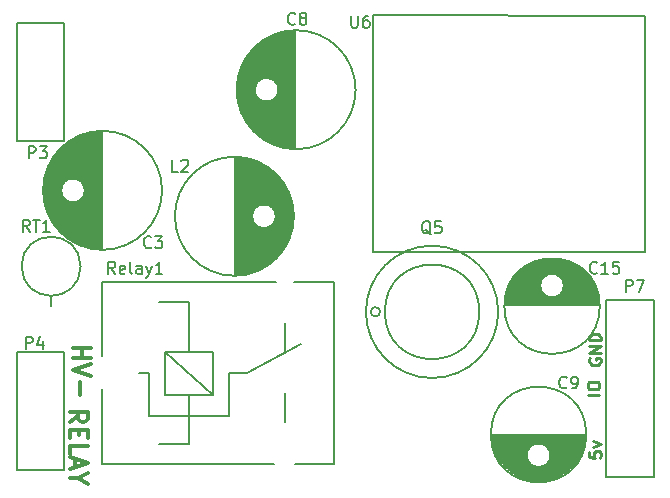
<source format=gbr>
G04 #@! TF.FileFunction,Legend,Top*
%FSLAX46Y46*%
G04 Gerber Fmt 4.6, Leading zero omitted, Abs format (unit mm)*
G04 Created by KiCad (PCBNEW 201610091317+7290~55~ubuntu16.04.1-) date Fri Oct 21 11:28:09 2016*
%MOMM*%
%LPD*%
G01*
G04 APERTURE LIST*
%ADD10C,0.100000*%
%ADD11C,0.250000*%
%ADD12C,0.300000*%
%ADD13C,0.150000*%
G04 APERTURE END LIST*
D10*
D11*
X136279000Y-120268904D02*
X136231380Y-120364142D01*
X136231380Y-120507000D01*
X136279000Y-120649857D01*
X136374238Y-120745095D01*
X136469476Y-120792714D01*
X136659952Y-120840333D01*
X136802809Y-120840333D01*
X136993285Y-120792714D01*
X137088523Y-120745095D01*
X137183761Y-120649857D01*
X137231380Y-120507000D01*
X137231380Y-120411761D01*
X137183761Y-120268904D01*
X137136142Y-120221285D01*
X136802809Y-120221285D01*
X136802809Y-120411761D01*
X137231380Y-119792714D02*
X136231380Y-119792714D01*
X137231380Y-119221285D01*
X136231380Y-119221285D01*
X137231380Y-118745095D02*
X136231380Y-118745095D01*
X136231380Y-118507000D01*
X136279000Y-118364142D01*
X136374238Y-118268904D01*
X136469476Y-118221285D01*
X136659952Y-118173666D01*
X136802809Y-118173666D01*
X136993285Y-118221285D01*
X137088523Y-118268904D01*
X137183761Y-118364142D01*
X137231380Y-118507000D01*
X137231380Y-118745095D01*
X137104380Y-123332809D02*
X136104380Y-123332809D01*
X136104380Y-122666142D02*
X136104380Y-122475666D01*
X136152000Y-122380428D01*
X136247238Y-122285190D01*
X136437714Y-122237571D01*
X136771047Y-122237571D01*
X136961523Y-122285190D01*
X137056761Y-122380428D01*
X137104380Y-122475666D01*
X137104380Y-122666142D01*
X137056761Y-122761380D01*
X136961523Y-122856619D01*
X136771047Y-122904238D01*
X136437714Y-122904238D01*
X136247238Y-122856619D01*
X136152000Y-122761380D01*
X136104380Y-122666142D01*
X136231380Y-128158857D02*
X136231380Y-128635047D01*
X136707571Y-128682666D01*
X136659952Y-128635047D01*
X136612333Y-128539809D01*
X136612333Y-128301714D01*
X136659952Y-128206476D01*
X136707571Y-128158857D01*
X136802809Y-128111238D01*
X137040904Y-128111238D01*
X137136142Y-128158857D01*
X137183761Y-128206476D01*
X137231380Y-128301714D01*
X137231380Y-128539809D01*
X137183761Y-128635047D01*
X137136142Y-128682666D01*
X136564714Y-127777904D02*
X137231380Y-127539809D01*
X136564714Y-127301714D01*
D12*
X92285428Y-125654857D02*
X92999714Y-125154857D01*
X92285428Y-124797714D02*
X93785428Y-124797714D01*
X93785428Y-125369142D01*
X93714000Y-125512000D01*
X93642571Y-125583428D01*
X93499714Y-125654857D01*
X93285428Y-125654857D01*
X93142571Y-125583428D01*
X93071142Y-125512000D01*
X92999714Y-125369142D01*
X92999714Y-124797714D01*
X93071142Y-126297714D02*
X93071142Y-126797714D01*
X92285428Y-127012000D02*
X92285428Y-126297714D01*
X93785428Y-126297714D01*
X93785428Y-127012000D01*
X92285428Y-128369142D02*
X92285428Y-127654857D01*
X93785428Y-127654857D01*
X92714000Y-128797714D02*
X92714000Y-129512000D01*
X92285428Y-128654857D02*
X93785428Y-129154857D01*
X92285428Y-129654857D01*
X92999714Y-130440571D02*
X92285428Y-130440571D01*
X93785428Y-129940571D02*
X92999714Y-130440571D01*
X93785428Y-130940571D01*
X92539428Y-119412000D02*
X94039428Y-119412000D01*
X93325142Y-119412000D02*
X93325142Y-120269142D01*
X92539428Y-120269142D02*
X94039428Y-120269142D01*
X94039428Y-120769142D02*
X92539428Y-121269142D01*
X94039428Y-121769142D01*
X93110857Y-122269142D02*
X93110857Y-123412000D01*
D13*
X129097000Y-115777000D02*
X137095000Y-115777000D01*
X129102000Y-115637000D02*
X137090000Y-115637000D01*
X129112000Y-115497000D02*
X137080000Y-115497000D01*
X129127000Y-115357000D02*
X137065000Y-115357000D01*
X129147000Y-115217000D02*
X137045000Y-115217000D01*
X129172000Y-115077000D02*
X132874000Y-115077000D01*
X133318000Y-115077000D02*
X137020000Y-115077000D01*
X129202000Y-114937000D02*
X132546000Y-114937000D01*
X133646000Y-114937000D02*
X136990000Y-114937000D01*
X129238000Y-114797000D02*
X132377000Y-114797000D01*
X133815000Y-114797000D02*
X136954000Y-114797000D01*
X129279000Y-114657000D02*
X132264000Y-114657000D01*
X133928000Y-114657000D02*
X136913000Y-114657000D01*
X129325000Y-114517000D02*
X132186000Y-114517000D01*
X134006000Y-114517000D02*
X136867000Y-114517000D01*
X129378000Y-114377000D02*
X132135000Y-114377000D01*
X134057000Y-114377000D02*
X136814000Y-114377000D01*
X129437000Y-114237000D02*
X132105000Y-114237000D01*
X134087000Y-114237000D02*
X136755000Y-114237000D01*
X129502000Y-114097000D02*
X132096000Y-114097000D01*
X134096000Y-114097000D02*
X136690000Y-114097000D01*
X129573000Y-113957000D02*
X132107000Y-113957000D01*
X134085000Y-113957000D02*
X136619000Y-113957000D01*
X129652000Y-113817000D02*
X132137000Y-113817000D01*
X134055000Y-113817000D02*
X136540000Y-113817000D01*
X129739000Y-113677000D02*
X132191000Y-113677000D01*
X134001000Y-113677000D02*
X136453000Y-113677000D01*
X129834000Y-113537000D02*
X132271000Y-113537000D01*
X133921000Y-113537000D02*
X136358000Y-113537000D01*
X129938000Y-113397000D02*
X132387000Y-113397000D01*
X133805000Y-113397000D02*
X136254000Y-113397000D01*
X130052000Y-113257000D02*
X132561000Y-113257000D01*
X133631000Y-113257000D02*
X136140000Y-113257000D01*
X130177000Y-113117000D02*
X132923000Y-113117000D01*
X133269000Y-113117000D02*
X136015000Y-113117000D01*
X130315000Y-112977000D02*
X135877000Y-112977000D01*
X130467000Y-112837000D02*
X135725000Y-112837000D01*
X130637000Y-112697000D02*
X135555000Y-112697000D01*
X130828000Y-112557000D02*
X135364000Y-112557000D01*
X131046000Y-112417000D02*
X135146000Y-112417000D01*
X131302000Y-112277000D02*
X134890000Y-112277000D01*
X131613000Y-112137000D02*
X134579000Y-112137000D01*
X132029000Y-111997000D02*
X134163000Y-111997000D01*
X132896000Y-111857000D02*
X133296000Y-111857000D01*
X134096000Y-114102000D02*
G75*
G03X134096000Y-114102000I-1000000J0D01*
G01*
X137133500Y-115852000D02*
G75*
G03X137133500Y-115852000I-4037500J0D01*
G01*
X90678000Y-114874040D02*
X90678000Y-115874800D01*
X93177360Y-112473740D02*
G75*
G03X93177360Y-112473740I-2499360J0D01*
G01*
X91795600Y-91846400D02*
X87782400Y-91846400D01*
X91795600Y-101828600D02*
X91795600Y-91846400D01*
X87782400Y-101828600D02*
X91795600Y-101828600D01*
X87782400Y-91846400D02*
X87782400Y-101828600D01*
X89789000Y-91846400D02*
X87782400Y-91846400D01*
X111297200Y-129181900D02*
X114597200Y-129181900D01*
X114597200Y-129181900D02*
X114597200Y-113781900D01*
X114597200Y-113781900D02*
X111247200Y-113781900D01*
X94997200Y-122831900D02*
X94997200Y-129181900D01*
X94997200Y-129181900D02*
X109547200Y-129181900D01*
X94997200Y-120081900D02*
X94997200Y-113781900D01*
X94997200Y-113781900D02*
X109747200Y-113781900D01*
X94997200Y-113831900D02*
X94997200Y-120081900D01*
X110447200Y-125681900D02*
X110447200Y-123231900D01*
X110447200Y-117281900D02*
X110447200Y-119781900D01*
X99847200Y-127531900D02*
X102347200Y-127531900D01*
X98947200Y-121531900D02*
X98147200Y-121531900D01*
X102347200Y-115531900D02*
X99847200Y-115531900D01*
X105747200Y-121531900D02*
X107247200Y-121531900D01*
X107247200Y-121531900D02*
X111847200Y-119031900D01*
X105747200Y-125131900D02*
X98947200Y-125131900D01*
X105747200Y-121531900D02*
X105747200Y-125131900D01*
X98947200Y-121531900D02*
X98947200Y-125131900D01*
X102347200Y-115531900D02*
X102347200Y-119731900D01*
X102347200Y-123331900D02*
X102347200Y-127531900D01*
X104347200Y-123331900D02*
X100347200Y-119731900D01*
X100347200Y-123331900D02*
X100347200Y-119731900D01*
X100347200Y-119731900D02*
X104347200Y-119731900D01*
X104347200Y-119731900D02*
X104347200Y-123331900D01*
X104347200Y-123331900D02*
X100347200Y-123331900D01*
X106276840Y-103240560D02*
X106276840Y-113238560D01*
X106416840Y-103244560D02*
X106416840Y-113234560D01*
X106556840Y-103252560D02*
X106556840Y-113226560D01*
X106696840Y-103264560D02*
X106696840Y-113214560D01*
X106836840Y-103279560D02*
X106836840Y-113199560D01*
X106976840Y-103299560D02*
X106976840Y-113179560D01*
X107116840Y-103323560D02*
X107116840Y-113155560D01*
X107256840Y-103352560D02*
X107256840Y-113126560D01*
X107396840Y-103384560D02*
X107396840Y-113094560D01*
X107536840Y-103421560D02*
X107536840Y-113057560D01*
X107676840Y-103462560D02*
X107676840Y-113016560D01*
X107816840Y-103507560D02*
X107816840Y-107773560D01*
X107816840Y-108705560D02*
X107816840Y-112971560D01*
X107956840Y-103557560D02*
X107956840Y-107572560D01*
X107956840Y-108906560D02*
X107956840Y-112921560D01*
X108096840Y-103612560D02*
X108096840Y-107443560D01*
X108096840Y-109035560D02*
X108096840Y-112866560D01*
X108236840Y-103672560D02*
X108236840Y-107354560D01*
X108236840Y-109124560D02*
X108236840Y-112806560D01*
X108376840Y-103737560D02*
X108376840Y-107293560D01*
X108376840Y-109185560D02*
X108376840Y-112741560D01*
X108516840Y-103807560D02*
X108516840Y-107256560D01*
X108516840Y-109222560D02*
X108516840Y-112671560D01*
X108656840Y-103883560D02*
X108656840Y-107240560D01*
X108656840Y-109238560D02*
X108656840Y-112595560D01*
X108796840Y-103965560D02*
X108796840Y-107244560D01*
X108796840Y-109234560D02*
X108796840Y-112513560D01*
X108936840Y-104053560D02*
X108936840Y-107267560D01*
X108936840Y-109211560D02*
X108936840Y-112425560D01*
X109076840Y-104148560D02*
X109076840Y-107312560D01*
X109076840Y-109166560D02*
X109076840Y-112330560D01*
X109216840Y-104250560D02*
X109216840Y-107382560D01*
X109216840Y-109096560D02*
X109216840Y-112228560D01*
X109356840Y-104360560D02*
X109356840Y-107483560D01*
X109356840Y-108995560D02*
X109356840Y-112118560D01*
X109496840Y-104478560D02*
X109496840Y-107632560D01*
X109496840Y-108846560D02*
X109496840Y-112000560D01*
X109636840Y-104606560D02*
X109636840Y-107884560D01*
X109636840Y-108594560D02*
X109636840Y-111872560D01*
X109776840Y-104743560D02*
X109776840Y-111735560D01*
X109916840Y-104893560D02*
X109916840Y-111585560D01*
X110056840Y-105055560D02*
X110056840Y-111423560D01*
X110196840Y-105232560D02*
X110196840Y-111246560D01*
X110336840Y-105428560D02*
X110336840Y-111050560D01*
X110476840Y-105646560D02*
X110476840Y-110832560D01*
X110616840Y-105892560D02*
X110616840Y-110586560D01*
X110756840Y-106177560D02*
X110756840Y-110301560D01*
X110896840Y-106519560D02*
X110896840Y-109959560D01*
X111036840Y-106965560D02*
X111036840Y-109513560D01*
X111176840Y-107740560D02*
X111176840Y-108738560D01*
X109701840Y-108239560D02*
G75*
G03X109701840Y-108239560I-1000000J0D01*
G01*
X111239340Y-108239560D02*
G75*
G03X111239340Y-108239560I-5037500J0D01*
G01*
X94961000Y-111044000D02*
X94961000Y-101046000D01*
X94821000Y-111040000D02*
X94821000Y-101050000D01*
X94681000Y-111032000D02*
X94681000Y-101058000D01*
X94541000Y-111020000D02*
X94541000Y-101070000D01*
X94401000Y-111005000D02*
X94401000Y-101085000D01*
X94261000Y-110985000D02*
X94261000Y-101105000D01*
X94121000Y-110961000D02*
X94121000Y-101129000D01*
X93981000Y-110932000D02*
X93981000Y-101158000D01*
X93841000Y-110900000D02*
X93841000Y-101190000D01*
X93701000Y-110863000D02*
X93701000Y-101227000D01*
X93561000Y-110822000D02*
X93561000Y-101268000D01*
X93421000Y-110777000D02*
X93421000Y-106511000D01*
X93421000Y-105579000D02*
X93421000Y-101313000D01*
X93281000Y-110727000D02*
X93281000Y-106712000D01*
X93281000Y-105378000D02*
X93281000Y-101363000D01*
X93141000Y-110672000D02*
X93141000Y-106841000D01*
X93141000Y-105249000D02*
X93141000Y-101418000D01*
X93001000Y-110612000D02*
X93001000Y-106930000D01*
X93001000Y-105160000D02*
X93001000Y-101478000D01*
X92861000Y-110547000D02*
X92861000Y-106991000D01*
X92861000Y-105099000D02*
X92861000Y-101543000D01*
X92721000Y-110477000D02*
X92721000Y-107028000D01*
X92721000Y-105062000D02*
X92721000Y-101613000D01*
X92581000Y-110401000D02*
X92581000Y-107044000D01*
X92581000Y-105046000D02*
X92581000Y-101689000D01*
X92441000Y-110319000D02*
X92441000Y-107040000D01*
X92441000Y-105050000D02*
X92441000Y-101771000D01*
X92301000Y-110231000D02*
X92301000Y-107017000D01*
X92301000Y-105073000D02*
X92301000Y-101859000D01*
X92161000Y-110136000D02*
X92161000Y-106972000D01*
X92161000Y-105118000D02*
X92161000Y-101954000D01*
X92021000Y-110034000D02*
X92021000Y-106902000D01*
X92021000Y-105188000D02*
X92021000Y-102056000D01*
X91881000Y-109924000D02*
X91881000Y-106801000D01*
X91881000Y-105289000D02*
X91881000Y-102166000D01*
X91741000Y-109806000D02*
X91741000Y-106652000D01*
X91741000Y-105438000D02*
X91741000Y-102284000D01*
X91601000Y-109678000D02*
X91601000Y-106400000D01*
X91601000Y-105690000D02*
X91601000Y-102412000D01*
X91461000Y-109541000D02*
X91461000Y-102549000D01*
X91321000Y-109391000D02*
X91321000Y-102699000D01*
X91181000Y-109229000D02*
X91181000Y-102861000D01*
X91041000Y-109052000D02*
X91041000Y-103038000D01*
X90901000Y-108856000D02*
X90901000Y-103234000D01*
X90761000Y-108638000D02*
X90761000Y-103452000D01*
X90621000Y-108392000D02*
X90621000Y-103698000D01*
X90481000Y-108107000D02*
X90481000Y-103983000D01*
X90341000Y-107765000D02*
X90341000Y-104325000D01*
X90201000Y-107319000D02*
X90201000Y-104771000D01*
X90061000Y-106544000D02*
X90061000Y-105546000D01*
X93536000Y-106045000D02*
G75*
G03X93536000Y-106045000I-1000000J0D01*
G01*
X100073500Y-106045000D02*
G75*
G03X100073500Y-106045000I-5037500J0D01*
G01*
X111349080Y-102524840D02*
X111349080Y-92526840D01*
X111209080Y-102520840D02*
X111209080Y-92530840D01*
X111069080Y-102512840D02*
X111069080Y-92538840D01*
X110929080Y-102500840D02*
X110929080Y-92550840D01*
X110789080Y-102485840D02*
X110789080Y-92565840D01*
X110649080Y-102465840D02*
X110649080Y-92585840D01*
X110509080Y-102441840D02*
X110509080Y-92609840D01*
X110369080Y-102412840D02*
X110369080Y-92638840D01*
X110229080Y-102380840D02*
X110229080Y-92670840D01*
X110089080Y-102343840D02*
X110089080Y-92707840D01*
X109949080Y-102302840D02*
X109949080Y-92748840D01*
X109809080Y-102257840D02*
X109809080Y-97991840D01*
X109809080Y-97059840D02*
X109809080Y-92793840D01*
X109669080Y-102207840D02*
X109669080Y-98192840D01*
X109669080Y-96858840D02*
X109669080Y-92843840D01*
X109529080Y-102152840D02*
X109529080Y-98321840D01*
X109529080Y-96729840D02*
X109529080Y-92898840D01*
X109389080Y-102092840D02*
X109389080Y-98410840D01*
X109389080Y-96640840D02*
X109389080Y-92958840D01*
X109249080Y-102027840D02*
X109249080Y-98471840D01*
X109249080Y-96579840D02*
X109249080Y-93023840D01*
X109109080Y-101957840D02*
X109109080Y-98508840D01*
X109109080Y-96542840D02*
X109109080Y-93093840D01*
X108969080Y-101881840D02*
X108969080Y-98524840D01*
X108969080Y-96526840D02*
X108969080Y-93169840D01*
X108829080Y-101799840D02*
X108829080Y-98520840D01*
X108829080Y-96530840D02*
X108829080Y-93251840D01*
X108689080Y-101711840D02*
X108689080Y-98497840D01*
X108689080Y-96553840D02*
X108689080Y-93339840D01*
X108549080Y-101616840D02*
X108549080Y-98452840D01*
X108549080Y-96598840D02*
X108549080Y-93434840D01*
X108409080Y-101514840D02*
X108409080Y-98382840D01*
X108409080Y-96668840D02*
X108409080Y-93536840D01*
X108269080Y-101404840D02*
X108269080Y-98281840D01*
X108269080Y-96769840D02*
X108269080Y-93646840D01*
X108129080Y-101286840D02*
X108129080Y-98132840D01*
X108129080Y-96918840D02*
X108129080Y-93764840D01*
X107989080Y-101158840D02*
X107989080Y-97880840D01*
X107989080Y-97170840D02*
X107989080Y-93892840D01*
X107849080Y-101021840D02*
X107849080Y-94029840D01*
X107709080Y-100871840D02*
X107709080Y-94179840D01*
X107569080Y-100709840D02*
X107569080Y-94341840D01*
X107429080Y-100532840D02*
X107429080Y-94518840D01*
X107289080Y-100336840D02*
X107289080Y-94714840D01*
X107149080Y-100118840D02*
X107149080Y-94932840D01*
X107009080Y-99872840D02*
X107009080Y-95178840D01*
X106869080Y-99587840D02*
X106869080Y-95463840D01*
X106729080Y-99245840D02*
X106729080Y-95805840D01*
X106589080Y-98799840D02*
X106589080Y-96251840D01*
X106449080Y-98024840D02*
X106449080Y-97026840D01*
X109924080Y-97525840D02*
G75*
G03X109924080Y-97525840I-1000000J0D01*
G01*
X116461580Y-97525840D02*
G75*
G03X116461580Y-97525840I-5037500J0D01*
G01*
X135952000Y-126793000D02*
X127954000Y-126793000D01*
X135947000Y-126933000D02*
X127959000Y-126933000D01*
X135937000Y-127073000D02*
X127969000Y-127073000D01*
X135922000Y-127213000D02*
X127984000Y-127213000D01*
X135902000Y-127353000D02*
X128004000Y-127353000D01*
X135877000Y-127493000D02*
X132175000Y-127493000D01*
X131731000Y-127493000D02*
X128029000Y-127493000D01*
X135847000Y-127633000D02*
X132503000Y-127633000D01*
X131403000Y-127633000D02*
X128059000Y-127633000D01*
X135811000Y-127773000D02*
X132672000Y-127773000D01*
X131234000Y-127773000D02*
X128095000Y-127773000D01*
X135770000Y-127913000D02*
X132785000Y-127913000D01*
X131121000Y-127913000D02*
X128136000Y-127913000D01*
X135724000Y-128053000D02*
X132863000Y-128053000D01*
X131043000Y-128053000D02*
X128182000Y-128053000D01*
X135671000Y-128193000D02*
X132914000Y-128193000D01*
X130992000Y-128193000D02*
X128235000Y-128193000D01*
X135612000Y-128333000D02*
X132944000Y-128333000D01*
X130962000Y-128333000D02*
X128294000Y-128333000D01*
X135547000Y-128473000D02*
X132953000Y-128473000D01*
X130953000Y-128473000D02*
X128359000Y-128473000D01*
X135476000Y-128613000D02*
X132942000Y-128613000D01*
X130964000Y-128613000D02*
X128430000Y-128613000D01*
X135397000Y-128753000D02*
X132912000Y-128753000D01*
X130994000Y-128753000D02*
X128509000Y-128753000D01*
X135310000Y-128893000D02*
X132858000Y-128893000D01*
X131048000Y-128893000D02*
X128596000Y-128893000D01*
X135215000Y-129033000D02*
X132778000Y-129033000D01*
X131128000Y-129033000D02*
X128691000Y-129033000D01*
X135111000Y-129173000D02*
X132662000Y-129173000D01*
X131244000Y-129173000D02*
X128795000Y-129173000D01*
X134997000Y-129313000D02*
X132488000Y-129313000D01*
X131418000Y-129313000D02*
X128909000Y-129313000D01*
X134872000Y-129453000D02*
X132126000Y-129453000D01*
X131780000Y-129453000D02*
X129034000Y-129453000D01*
X134734000Y-129593000D02*
X129172000Y-129593000D01*
X134582000Y-129733000D02*
X129324000Y-129733000D01*
X134412000Y-129873000D02*
X129494000Y-129873000D01*
X134221000Y-130013000D02*
X129685000Y-130013000D01*
X134003000Y-130153000D02*
X129903000Y-130153000D01*
X133747000Y-130293000D02*
X130159000Y-130293000D01*
X133436000Y-130433000D02*
X130470000Y-130433000D01*
X133020000Y-130573000D02*
X130886000Y-130573000D01*
X132153000Y-130713000D02*
X131753000Y-130713000D01*
X132953000Y-128468000D02*
G75*
G03X132953000Y-128468000I-1000000J0D01*
G01*
X135990500Y-126718000D02*
G75*
G03X135990500Y-126718000I-4037500J0D01*
G01*
X91795600Y-119735600D02*
X87782400Y-119735600D01*
X91795600Y-129717800D02*
X91795600Y-119735600D01*
X87782400Y-129717800D02*
X91795600Y-129717800D01*
X87782400Y-119735600D02*
X87782400Y-129717800D01*
X89789000Y-119735600D02*
X87782400Y-119735600D01*
X117957600Y-91224100D02*
X140944600Y-91274900D01*
X117957600Y-111264700D02*
X117957600Y-91224100D01*
X140944600Y-111264700D02*
X117957600Y-111264700D01*
X140944600Y-111264700D02*
X140944600Y-91274900D01*
X128536000Y-116332000D02*
G75*
G03X128536000Y-116332000I-5600000J0D01*
G01*
X126936000Y-116332000D02*
G75*
G03X126936000Y-116332000I-4000000J0D01*
G01*
X118536000Y-116332000D02*
G75*
G03X118536000Y-116332000I-400000J0D01*
G01*
X137693400Y-115341400D02*
X137693400Y-125323600D01*
X141706600Y-115341400D02*
X137693400Y-115341400D01*
X141706600Y-125323600D02*
X141706600Y-115341400D01*
X139700000Y-130327400D02*
X141706600Y-130327400D01*
X141706600Y-130327400D02*
X141706600Y-120345200D01*
X137693400Y-120345200D02*
X137693400Y-130327400D01*
X137693400Y-130327400D02*
X141706600Y-130327400D01*
X136898142Y-113006142D02*
X136850523Y-113053761D01*
X136707666Y-113101380D01*
X136612428Y-113101380D01*
X136469571Y-113053761D01*
X136374333Y-112958523D01*
X136326714Y-112863285D01*
X136279095Y-112672809D01*
X136279095Y-112529952D01*
X136326714Y-112339476D01*
X136374333Y-112244238D01*
X136469571Y-112149000D01*
X136612428Y-112101380D01*
X136707666Y-112101380D01*
X136850523Y-112149000D01*
X136898142Y-112196619D01*
X137850523Y-113101380D02*
X137279095Y-113101380D01*
X137564809Y-113101380D02*
X137564809Y-112101380D01*
X137469571Y-112244238D01*
X137374333Y-112339476D01*
X137279095Y-112387095D01*
X138755285Y-112101380D02*
X138279095Y-112101380D01*
X138231476Y-112577571D01*
X138279095Y-112529952D01*
X138374333Y-112482333D01*
X138612428Y-112482333D01*
X138707666Y-112529952D01*
X138755285Y-112577571D01*
X138802904Y-112672809D01*
X138802904Y-112910904D01*
X138755285Y-113006142D01*
X138707666Y-113053761D01*
X138612428Y-113101380D01*
X138374333Y-113101380D01*
X138279095Y-113053761D01*
X138231476Y-113006142D01*
X88860380Y-109545380D02*
X88527047Y-109069190D01*
X88288952Y-109545380D02*
X88288952Y-108545380D01*
X88669904Y-108545380D01*
X88765142Y-108593000D01*
X88812761Y-108640619D01*
X88860380Y-108735857D01*
X88860380Y-108878714D01*
X88812761Y-108973952D01*
X88765142Y-109021571D01*
X88669904Y-109069190D01*
X88288952Y-109069190D01*
X89146095Y-108545380D02*
X89717523Y-108545380D01*
X89431809Y-109545380D02*
X89431809Y-108545380D01*
X90574666Y-109545380D02*
X90003238Y-109545380D01*
X90288952Y-109545380D02*
X90288952Y-108545380D01*
X90193714Y-108688238D01*
X90098476Y-108783476D01*
X90003238Y-108831095D01*
X88796904Y-103322380D02*
X88796904Y-102322380D01*
X89177857Y-102322380D01*
X89273095Y-102370000D01*
X89320714Y-102417619D01*
X89368333Y-102512857D01*
X89368333Y-102655714D01*
X89320714Y-102750952D01*
X89273095Y-102798571D01*
X89177857Y-102846190D01*
X88796904Y-102846190D01*
X89701666Y-102322380D02*
X90320714Y-102322380D01*
X89987380Y-102703333D01*
X90130238Y-102703333D01*
X90225476Y-102750952D01*
X90273095Y-102798571D01*
X90320714Y-102893809D01*
X90320714Y-103131904D01*
X90273095Y-103227142D01*
X90225476Y-103274761D01*
X90130238Y-103322380D01*
X89844523Y-103322380D01*
X89749285Y-103274761D01*
X89701666Y-103227142D01*
X96099523Y-113101380D02*
X95766190Y-112625190D01*
X95528095Y-113101380D02*
X95528095Y-112101380D01*
X95909047Y-112101380D01*
X96004285Y-112149000D01*
X96051904Y-112196619D01*
X96099523Y-112291857D01*
X96099523Y-112434714D01*
X96051904Y-112529952D01*
X96004285Y-112577571D01*
X95909047Y-112625190D01*
X95528095Y-112625190D01*
X96909047Y-113053761D02*
X96813809Y-113101380D01*
X96623333Y-113101380D01*
X96528095Y-113053761D01*
X96480476Y-112958523D01*
X96480476Y-112577571D01*
X96528095Y-112482333D01*
X96623333Y-112434714D01*
X96813809Y-112434714D01*
X96909047Y-112482333D01*
X96956666Y-112577571D01*
X96956666Y-112672809D01*
X96480476Y-112768047D01*
X97528095Y-113101380D02*
X97432857Y-113053761D01*
X97385238Y-112958523D01*
X97385238Y-112101380D01*
X98337619Y-113101380D02*
X98337619Y-112577571D01*
X98290000Y-112482333D01*
X98194761Y-112434714D01*
X98004285Y-112434714D01*
X97909047Y-112482333D01*
X98337619Y-113053761D02*
X98242380Y-113101380D01*
X98004285Y-113101380D01*
X97909047Y-113053761D01*
X97861428Y-112958523D01*
X97861428Y-112863285D01*
X97909047Y-112768047D01*
X98004285Y-112720428D01*
X98242380Y-112720428D01*
X98337619Y-112672809D01*
X98718571Y-112434714D02*
X98956666Y-113101380D01*
X99194761Y-112434714D02*
X98956666Y-113101380D01*
X98861428Y-113339476D01*
X98813809Y-113387095D01*
X98718571Y-113434714D01*
X100099523Y-113101380D02*
X99528095Y-113101380D01*
X99813809Y-113101380D02*
X99813809Y-112101380D01*
X99718571Y-112244238D01*
X99623333Y-112339476D01*
X99528095Y-112387095D01*
X101433333Y-104465380D02*
X100957142Y-104465380D01*
X100957142Y-103465380D01*
X101719047Y-103560619D02*
X101766666Y-103513000D01*
X101861904Y-103465380D01*
X102100000Y-103465380D01*
X102195238Y-103513000D01*
X102242857Y-103560619D01*
X102290476Y-103655857D01*
X102290476Y-103751095D01*
X102242857Y-103893952D01*
X101671428Y-104465380D01*
X102290476Y-104465380D01*
X99147333Y-110847142D02*
X99099714Y-110894761D01*
X98956857Y-110942380D01*
X98861619Y-110942380D01*
X98718761Y-110894761D01*
X98623523Y-110799523D01*
X98575904Y-110704285D01*
X98528285Y-110513809D01*
X98528285Y-110370952D01*
X98575904Y-110180476D01*
X98623523Y-110085238D01*
X98718761Y-109990000D01*
X98861619Y-109942380D01*
X98956857Y-109942380D01*
X99099714Y-109990000D01*
X99147333Y-110037619D01*
X99480666Y-109942380D02*
X100099714Y-109942380D01*
X99766380Y-110323333D01*
X99909238Y-110323333D01*
X100004476Y-110370952D01*
X100052095Y-110418571D01*
X100099714Y-110513809D01*
X100099714Y-110751904D01*
X100052095Y-110847142D01*
X100004476Y-110894761D01*
X99909238Y-110942380D01*
X99623523Y-110942380D01*
X99528285Y-110894761D01*
X99480666Y-110847142D01*
X111339333Y-91924142D02*
X111291714Y-91971761D01*
X111148857Y-92019380D01*
X111053619Y-92019380D01*
X110910761Y-91971761D01*
X110815523Y-91876523D01*
X110767904Y-91781285D01*
X110720285Y-91590809D01*
X110720285Y-91447952D01*
X110767904Y-91257476D01*
X110815523Y-91162238D01*
X110910761Y-91067000D01*
X111053619Y-91019380D01*
X111148857Y-91019380D01*
X111291714Y-91067000D01*
X111339333Y-91114619D01*
X111910761Y-91447952D02*
X111815523Y-91400333D01*
X111767904Y-91352714D01*
X111720285Y-91257476D01*
X111720285Y-91209857D01*
X111767904Y-91114619D01*
X111815523Y-91067000D01*
X111910761Y-91019380D01*
X112101238Y-91019380D01*
X112196476Y-91067000D01*
X112244095Y-91114619D01*
X112291714Y-91209857D01*
X112291714Y-91257476D01*
X112244095Y-91352714D01*
X112196476Y-91400333D01*
X112101238Y-91447952D01*
X111910761Y-91447952D01*
X111815523Y-91495571D01*
X111767904Y-91543190D01*
X111720285Y-91638428D01*
X111720285Y-91828904D01*
X111767904Y-91924142D01*
X111815523Y-91971761D01*
X111910761Y-92019380D01*
X112101238Y-92019380D01*
X112196476Y-91971761D01*
X112244095Y-91924142D01*
X112291714Y-91828904D01*
X112291714Y-91638428D01*
X112244095Y-91543190D01*
X112196476Y-91495571D01*
X112101238Y-91447952D01*
X134326333Y-122721642D02*
X134278714Y-122769261D01*
X134135857Y-122816880D01*
X134040619Y-122816880D01*
X133897761Y-122769261D01*
X133802523Y-122674023D01*
X133754904Y-122578785D01*
X133707285Y-122388309D01*
X133707285Y-122245452D01*
X133754904Y-122054976D01*
X133802523Y-121959738D01*
X133897761Y-121864500D01*
X134040619Y-121816880D01*
X134135857Y-121816880D01*
X134278714Y-121864500D01*
X134326333Y-121912119D01*
X134802523Y-122816880D02*
X134993000Y-122816880D01*
X135088238Y-122769261D01*
X135135857Y-122721642D01*
X135231095Y-122578785D01*
X135278714Y-122388309D01*
X135278714Y-122007357D01*
X135231095Y-121912119D01*
X135183476Y-121864500D01*
X135088238Y-121816880D01*
X134897761Y-121816880D01*
X134802523Y-121864500D01*
X134754904Y-121912119D01*
X134707285Y-122007357D01*
X134707285Y-122245452D01*
X134754904Y-122340690D01*
X134802523Y-122388309D01*
X134897761Y-122435928D01*
X135088238Y-122435928D01*
X135183476Y-122388309D01*
X135231095Y-122340690D01*
X135278714Y-122245452D01*
X88542904Y-119451380D02*
X88542904Y-118451380D01*
X88923857Y-118451380D01*
X89019095Y-118499000D01*
X89066714Y-118546619D01*
X89114333Y-118641857D01*
X89114333Y-118784714D01*
X89066714Y-118879952D01*
X89019095Y-118927571D01*
X88923857Y-118975190D01*
X88542904Y-118975190D01*
X89971476Y-118784714D02*
X89971476Y-119451380D01*
X89733380Y-118403761D02*
X89495285Y-119118047D01*
X90114333Y-119118047D01*
X116078095Y-91273380D02*
X116078095Y-92082904D01*
X116125714Y-92178142D01*
X116173333Y-92225761D01*
X116268571Y-92273380D01*
X116459047Y-92273380D01*
X116554285Y-92225761D01*
X116601904Y-92178142D01*
X116649523Y-92082904D01*
X116649523Y-91273380D01*
X117554285Y-91273380D02*
X117363809Y-91273380D01*
X117268571Y-91321000D01*
X117220952Y-91368619D01*
X117125714Y-91511476D01*
X117078095Y-91701952D01*
X117078095Y-92082904D01*
X117125714Y-92178142D01*
X117173333Y-92225761D01*
X117268571Y-92273380D01*
X117459047Y-92273380D01*
X117554285Y-92225761D01*
X117601904Y-92178142D01*
X117649523Y-92082904D01*
X117649523Y-91844809D01*
X117601904Y-91749571D01*
X117554285Y-91701952D01*
X117459047Y-91654333D01*
X117268571Y-91654333D01*
X117173333Y-91701952D01*
X117125714Y-91749571D01*
X117078095Y-91844809D01*
X122840761Y-109779619D02*
X122745523Y-109732000D01*
X122650285Y-109636761D01*
X122507428Y-109493904D01*
X122412190Y-109446285D01*
X122316952Y-109446285D01*
X122364571Y-109684380D02*
X122269333Y-109636761D01*
X122174095Y-109541523D01*
X122126476Y-109351047D01*
X122126476Y-109017714D01*
X122174095Y-108827238D01*
X122269333Y-108732000D01*
X122364571Y-108684380D01*
X122555047Y-108684380D01*
X122650285Y-108732000D01*
X122745523Y-108827238D01*
X122793142Y-109017714D01*
X122793142Y-109351047D01*
X122745523Y-109541523D01*
X122650285Y-109636761D01*
X122555047Y-109684380D01*
X122364571Y-109684380D01*
X123697904Y-108684380D02*
X123221714Y-108684380D01*
X123174095Y-109160571D01*
X123221714Y-109112952D01*
X123316952Y-109065333D01*
X123555047Y-109065333D01*
X123650285Y-109112952D01*
X123697904Y-109160571D01*
X123745523Y-109255809D01*
X123745523Y-109493904D01*
X123697904Y-109589142D01*
X123650285Y-109636761D01*
X123555047Y-109684380D01*
X123316952Y-109684380D01*
X123221714Y-109636761D01*
X123174095Y-109589142D01*
X139342904Y-114625380D02*
X139342904Y-113625380D01*
X139723857Y-113625380D01*
X139819095Y-113673000D01*
X139866714Y-113720619D01*
X139914333Y-113815857D01*
X139914333Y-113958714D01*
X139866714Y-114053952D01*
X139819095Y-114101571D01*
X139723857Y-114149190D01*
X139342904Y-114149190D01*
X140247666Y-113625380D02*
X140914333Y-113625380D01*
X140485761Y-114625380D01*
M02*

</source>
